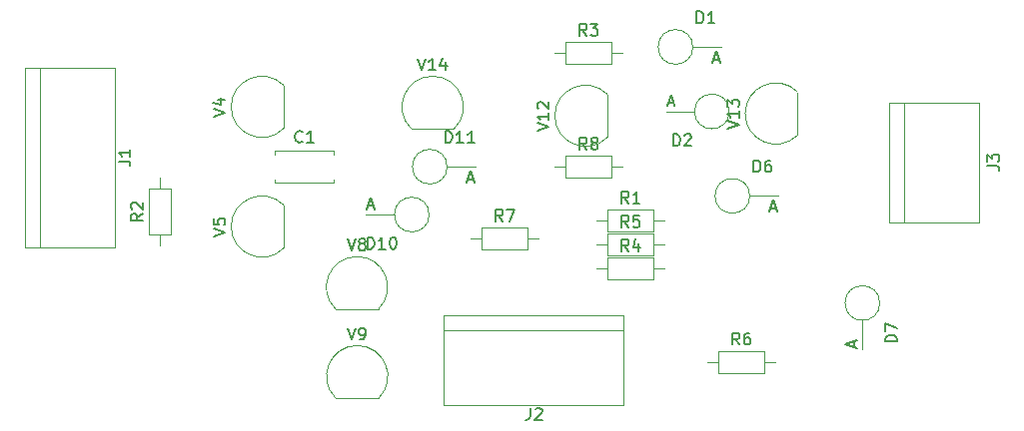
<source format=gbr>
G04 #@! TF.GenerationSoftware,KiCad,Pcbnew,(5.0.0)*
G04 #@! TF.CreationDate,2019-06-12T13:43:48+03:00*
G04 #@! TF.ProjectId,OP pastiprin_t_js,4F502070617374697072696E0174016A,rev?*
G04 #@! TF.SameCoordinates,Original*
G04 #@! TF.FileFunction,Legend,Top*
G04 #@! TF.FilePolarity,Positive*
%FSLAX46Y46*%
G04 Gerber Fmt 4.6, Leading zero omitted, Abs format (unit mm)*
G04 Created by KiCad (PCBNEW (5.0.0)) date 06/12/19 13:43:48*
%MOMM*%
%LPD*%
G01*
G04 APERTURE LIST*
%ADD10C,0.120000*%
%ADD11C,0.150000*%
G04 APERTURE END LIST*
D10*
G04 #@! TO.C,R6*
X180960000Y-117253500D02*
X180960000Y-119093500D01*
X180960000Y-119093500D02*
X184800000Y-119093500D01*
X184800000Y-119093500D02*
X184800000Y-117253500D01*
X184800000Y-117253500D02*
X180960000Y-117253500D01*
X180010000Y-118173500D02*
X180960000Y-118173500D01*
X185750000Y-118173500D02*
X184800000Y-118173500D01*
G04 #@! TO.C,C1*
X143366000Y-100230000D02*
X148306000Y-100230000D01*
X143366000Y-102970000D02*
X148306000Y-102970000D01*
X143366000Y-100230000D02*
X143366000Y-100545000D01*
X143366000Y-102655000D02*
X143366000Y-102970000D01*
X148306000Y-100230000D02*
X148306000Y-100545000D01*
X148306000Y-102655000D02*
X148306000Y-102970000D01*
G04 #@! TO.C,D1*
X178762000Y-91440000D02*
G75*
G03X178762000Y-91440000I-1470000J0D01*
G01*
X178762000Y-91440000D02*
X181172000Y-91440000D01*
G04 #@! TO.C,D2*
X178910640Y-96911160D02*
X176500640Y-96911160D01*
X181850640Y-96911160D02*
G75*
G03X181850640Y-96911160I-1470000J0D01*
G01*
G04 #@! TO.C,D6*
X183588000Y-104076500D02*
G75*
G03X183588000Y-104076500I-1470000J0D01*
G01*
X183588000Y-104076500D02*
X185998000Y-104076500D01*
G04 #@! TO.C,D7*
X193136520Y-114642240D02*
X193136520Y-117052240D01*
X194606520Y-113172240D02*
G75*
G03X194606520Y-113172240I-1470000J0D01*
G01*
G04 #@! TO.C,D10*
X156410000Y-105664000D02*
G75*
G03X156410000Y-105664000I-1470000J0D01*
G01*
X153470000Y-105664000D02*
X151060000Y-105664000D01*
G04 #@! TO.C,D11*
X157934000Y-101600000D02*
X160344000Y-101600000D01*
X157934000Y-101600000D02*
G75*
G03X157934000Y-101600000I-1470000J0D01*
G01*
G04 #@! TO.C,J1*
X122174000Y-93218000D02*
X122174000Y-108458000D01*
X129794000Y-93218000D02*
X129794000Y-108458000D01*
X123444000Y-93218000D02*
X123444000Y-108458000D01*
X122174000Y-108458000D02*
X129794000Y-108458000D01*
X122174000Y-93218000D02*
X129794000Y-93218000D01*
G04 #@! TO.C,J2*
X172910500Y-114173000D02*
X172910500Y-121793000D01*
X157670500Y-114173000D02*
X157670500Y-121793000D01*
X172910500Y-115443000D02*
X157670500Y-115443000D01*
X172910500Y-121793000D02*
X157670500Y-121793000D01*
X172910500Y-114173000D02*
X157670500Y-114173000D01*
G04 #@! TO.C,J3*
X196659500Y-106299000D02*
X196659500Y-96139000D01*
X195389500Y-106299000D02*
X203009500Y-106299000D01*
X203009500Y-106299000D02*
X203009500Y-96139000D01*
X203009500Y-96139000D02*
X195389500Y-96139000D01*
X195389500Y-96139000D02*
X195389500Y-106299000D01*
G04 #@! TO.C,R1*
X176352000Y-106172000D02*
X175402000Y-106172000D01*
X170612000Y-106172000D02*
X171562000Y-106172000D01*
X175402000Y-105252000D02*
X171562000Y-105252000D01*
X175402000Y-107092000D02*
X175402000Y-105252000D01*
X171562000Y-107092000D02*
X175402000Y-107092000D01*
X171562000Y-105252000D02*
X171562000Y-107092000D01*
G04 #@! TO.C,R2*
X133604000Y-102540000D02*
X133604000Y-103490000D01*
X133604000Y-108280000D02*
X133604000Y-107330000D01*
X132684000Y-103490000D02*
X132684000Y-107330000D01*
X134524000Y-103490000D02*
X132684000Y-103490000D01*
X134524000Y-107330000D02*
X134524000Y-103490000D01*
X132684000Y-107330000D02*
X134524000Y-107330000D01*
G04 #@! TO.C,R3*
X172796000Y-91948000D02*
X171846000Y-91948000D01*
X167056000Y-91948000D02*
X168006000Y-91948000D01*
X171846000Y-91028000D02*
X168006000Y-91028000D01*
X171846000Y-92868000D02*
X171846000Y-91028000D01*
X168006000Y-92868000D02*
X171846000Y-92868000D01*
X168006000Y-91028000D02*
X168006000Y-92868000D01*
G04 #@! TO.C,R4*
X171562000Y-109316000D02*
X171562000Y-111156000D01*
X171562000Y-111156000D02*
X175402000Y-111156000D01*
X175402000Y-111156000D02*
X175402000Y-109316000D01*
X175402000Y-109316000D02*
X171562000Y-109316000D01*
X170612000Y-110236000D02*
X171562000Y-110236000D01*
X176352000Y-110236000D02*
X175402000Y-110236000D01*
G04 #@! TO.C,R5*
X171562000Y-107284000D02*
X171562000Y-109124000D01*
X171562000Y-109124000D02*
X175402000Y-109124000D01*
X175402000Y-109124000D02*
X175402000Y-107284000D01*
X175402000Y-107284000D02*
X171562000Y-107284000D01*
X170612000Y-108204000D02*
X171562000Y-108204000D01*
X176352000Y-108204000D02*
X175402000Y-108204000D01*
G04 #@! TO.C,R7*
X165684000Y-107696000D02*
X164734000Y-107696000D01*
X159944000Y-107696000D02*
X160894000Y-107696000D01*
X164734000Y-106776000D02*
X160894000Y-106776000D01*
X164734000Y-108616000D02*
X164734000Y-106776000D01*
X160894000Y-108616000D02*
X164734000Y-108616000D01*
X160894000Y-106776000D02*
X160894000Y-108616000D01*
G04 #@! TO.C,R8*
X168006000Y-100680000D02*
X168006000Y-102520000D01*
X168006000Y-102520000D02*
X171846000Y-102520000D01*
X171846000Y-102520000D02*
X171846000Y-100680000D01*
X171846000Y-100680000D02*
X168006000Y-100680000D01*
X167056000Y-101600000D02*
X168006000Y-101600000D01*
X172796000Y-101600000D02*
X171846000Y-101600000D01*
G04 #@! TO.C,V4*
X144078478Y-94681522D02*
G75*
G03X139640000Y-96520000I-1838478J-1838478D01*
G01*
X144078478Y-98358478D02*
G75*
G02X139640000Y-96520000I-1838478J1838478D01*
G01*
X144090000Y-98320000D02*
X144090000Y-94720000D01*
G04 #@! TO.C,V5*
X144090000Y-108480000D02*
X144090000Y-104880000D01*
X144078478Y-108518478D02*
G75*
G02X139640000Y-106680000I-1838478J1838478D01*
G01*
X144078478Y-104841522D02*
G75*
G03X139640000Y-106680000I-1838478J-1838478D01*
G01*
G04 #@! TO.C,V8*
X148504500Y-113673500D02*
X152104500Y-113673500D01*
X148466022Y-113661978D02*
G75*
G02X150304500Y-109223500I1838478J1838478D01*
G01*
X152142978Y-113661978D02*
G75*
G03X150304500Y-109223500I-1838478J1838478D01*
G01*
G04 #@! TO.C,V9*
X152155678Y-121218478D02*
G75*
G03X150317200Y-116780000I-1838478J1838478D01*
G01*
X148478722Y-121218478D02*
G75*
G02X150317200Y-116780000I1838478J1838478D01*
G01*
X148517200Y-121230000D02*
X152117200Y-121230000D01*
G04 #@! TO.C,V12*
X171522000Y-99082000D02*
X171522000Y-95482000D01*
X171510478Y-99120478D02*
G75*
G02X167072000Y-97282000I-1838478J1838478D01*
G01*
X171510478Y-95443522D02*
G75*
G03X167072000Y-97282000I-1838478J-1838478D01*
G01*
G04 #@! TO.C,V13*
X187651000Y-98891500D02*
X187651000Y-95291500D01*
X187639478Y-98929978D02*
G75*
G02X183201000Y-97091500I-1838478J1838478D01*
G01*
X187639478Y-95253022D02*
G75*
G03X183201000Y-97091500I-1838478J-1838478D01*
G01*
G04 #@! TO.C,V14*
X158556478Y-98358478D02*
G75*
G03X156718000Y-93920000I-1838478J1838478D01*
G01*
X154879522Y-98358478D02*
G75*
G02X156718000Y-93920000I1838478J1838478D01*
G01*
X154918000Y-98370000D02*
X158518000Y-98370000D01*
G04 #@! TO.C,R6*
D11*
X182713333Y-116705880D02*
X182380000Y-116229690D01*
X182141904Y-116705880D02*
X182141904Y-115705880D01*
X182522857Y-115705880D01*
X182618095Y-115753500D01*
X182665714Y-115801119D01*
X182713333Y-115896357D01*
X182713333Y-116039214D01*
X182665714Y-116134452D01*
X182618095Y-116182071D01*
X182522857Y-116229690D01*
X182141904Y-116229690D01*
X183570476Y-115705880D02*
X183380000Y-115705880D01*
X183284761Y-115753500D01*
X183237142Y-115801119D01*
X183141904Y-115943976D01*
X183094285Y-116134452D01*
X183094285Y-116515404D01*
X183141904Y-116610642D01*
X183189523Y-116658261D01*
X183284761Y-116705880D01*
X183475238Y-116705880D01*
X183570476Y-116658261D01*
X183618095Y-116610642D01*
X183665714Y-116515404D01*
X183665714Y-116277309D01*
X183618095Y-116182071D01*
X183570476Y-116134452D01*
X183475238Y-116086833D01*
X183284761Y-116086833D01*
X183189523Y-116134452D01*
X183141904Y-116182071D01*
X183094285Y-116277309D01*
G04 #@! TO.C,C1*
X145669333Y-99457142D02*
X145621714Y-99504761D01*
X145478857Y-99552380D01*
X145383619Y-99552380D01*
X145240761Y-99504761D01*
X145145523Y-99409523D01*
X145097904Y-99314285D01*
X145050285Y-99123809D01*
X145050285Y-98980952D01*
X145097904Y-98790476D01*
X145145523Y-98695238D01*
X145240761Y-98600000D01*
X145383619Y-98552380D01*
X145478857Y-98552380D01*
X145621714Y-98600000D01*
X145669333Y-98647619D01*
X146621714Y-99552380D02*
X146050285Y-99552380D01*
X146336000Y-99552380D02*
X146336000Y-98552380D01*
X146240761Y-98695238D01*
X146145523Y-98790476D01*
X146050285Y-98838095D01*
G04 #@! TO.C,D1*
X179093904Y-89422380D02*
X179093904Y-88422380D01*
X179332000Y-88422380D01*
X179474857Y-88470000D01*
X179570095Y-88565238D01*
X179617714Y-88660476D01*
X179665333Y-88850952D01*
X179665333Y-88993809D01*
X179617714Y-89184285D01*
X179570095Y-89279523D01*
X179474857Y-89374761D01*
X179332000Y-89422380D01*
X179093904Y-89422380D01*
X180617714Y-89422380D02*
X180046285Y-89422380D01*
X180332000Y-89422380D02*
X180332000Y-88422380D01*
X180236761Y-88565238D01*
X180141523Y-88660476D01*
X180046285Y-88708095D01*
X180533904Y-92506666D02*
X181010095Y-92506666D01*
X180438666Y-92792380D02*
X180772000Y-91792380D01*
X181105333Y-92792380D01*
G04 #@! TO.C,D2*
X177102544Y-99833540D02*
X177102544Y-98833540D01*
X177340640Y-98833540D01*
X177483497Y-98881160D01*
X177578735Y-98976398D01*
X177626354Y-99071636D01*
X177673973Y-99262112D01*
X177673973Y-99404969D01*
X177626354Y-99595445D01*
X177578735Y-99690683D01*
X177483497Y-99785921D01*
X177340640Y-99833540D01*
X177102544Y-99833540D01*
X178054925Y-98928779D02*
X178102544Y-98881160D01*
X178197782Y-98833540D01*
X178435878Y-98833540D01*
X178531116Y-98881160D01*
X178578735Y-98928779D01*
X178626354Y-99024017D01*
X178626354Y-99119255D01*
X178578735Y-99262112D01*
X178007306Y-99833540D01*
X178626354Y-99833540D01*
X176662544Y-96177826D02*
X177138735Y-96177826D01*
X176567306Y-96463540D02*
X176900640Y-95463540D01*
X177233973Y-96463540D01*
G04 #@! TO.C,D6*
X183919904Y-102058880D02*
X183919904Y-101058880D01*
X184158000Y-101058880D01*
X184300857Y-101106500D01*
X184396095Y-101201738D01*
X184443714Y-101296976D01*
X184491333Y-101487452D01*
X184491333Y-101630309D01*
X184443714Y-101820785D01*
X184396095Y-101916023D01*
X184300857Y-102011261D01*
X184158000Y-102058880D01*
X183919904Y-102058880D01*
X185348476Y-101058880D02*
X185158000Y-101058880D01*
X185062761Y-101106500D01*
X185015142Y-101154119D01*
X184919904Y-101296976D01*
X184872285Y-101487452D01*
X184872285Y-101868404D01*
X184919904Y-101963642D01*
X184967523Y-102011261D01*
X185062761Y-102058880D01*
X185253238Y-102058880D01*
X185348476Y-102011261D01*
X185396095Y-101963642D01*
X185443714Y-101868404D01*
X185443714Y-101630309D01*
X185396095Y-101535071D01*
X185348476Y-101487452D01*
X185253238Y-101439833D01*
X185062761Y-101439833D01*
X184967523Y-101487452D01*
X184919904Y-101535071D01*
X184872285Y-101630309D01*
X185359904Y-105143166D02*
X185836095Y-105143166D01*
X185264666Y-105428880D02*
X185598000Y-104428880D01*
X185931333Y-105428880D01*
G04 #@! TO.C,D7*
X196058900Y-116450335D02*
X195058900Y-116450335D01*
X195058900Y-116212240D01*
X195106520Y-116069382D01*
X195201758Y-115974144D01*
X195296996Y-115926525D01*
X195487472Y-115878906D01*
X195630329Y-115878906D01*
X195820805Y-115926525D01*
X195916043Y-115974144D01*
X196011281Y-116069382D01*
X196058900Y-116212240D01*
X196058900Y-116450335D01*
X195058900Y-115545573D02*
X195058900Y-114878906D01*
X196058900Y-115307478D01*
X192403186Y-116890335D02*
X192403186Y-116414144D01*
X192688900Y-116985573D02*
X191688900Y-116652240D01*
X192688900Y-116318906D01*
G04 #@! TO.C,D10*
X151185714Y-108586380D02*
X151185714Y-107586380D01*
X151423809Y-107586380D01*
X151566666Y-107634000D01*
X151661904Y-107729238D01*
X151709523Y-107824476D01*
X151757142Y-108014952D01*
X151757142Y-108157809D01*
X151709523Y-108348285D01*
X151661904Y-108443523D01*
X151566666Y-108538761D01*
X151423809Y-108586380D01*
X151185714Y-108586380D01*
X152709523Y-108586380D02*
X152138095Y-108586380D01*
X152423809Y-108586380D02*
X152423809Y-107586380D01*
X152328571Y-107729238D01*
X152233333Y-107824476D01*
X152138095Y-107872095D01*
X153328571Y-107586380D02*
X153423809Y-107586380D01*
X153519047Y-107634000D01*
X153566666Y-107681619D01*
X153614285Y-107776857D01*
X153661904Y-107967333D01*
X153661904Y-108205428D01*
X153614285Y-108395904D01*
X153566666Y-108491142D01*
X153519047Y-108538761D01*
X153423809Y-108586380D01*
X153328571Y-108586380D01*
X153233333Y-108538761D01*
X153185714Y-108491142D01*
X153138095Y-108395904D01*
X153090476Y-108205428D01*
X153090476Y-107967333D01*
X153138095Y-107776857D01*
X153185714Y-107681619D01*
X153233333Y-107634000D01*
X153328571Y-107586380D01*
X151221904Y-104930666D02*
X151698095Y-104930666D01*
X151126666Y-105216380D02*
X151460000Y-104216380D01*
X151793333Y-105216380D01*
G04 #@! TO.C,D11*
X157789714Y-99582380D02*
X157789714Y-98582380D01*
X158027809Y-98582380D01*
X158170666Y-98630000D01*
X158265904Y-98725238D01*
X158313523Y-98820476D01*
X158361142Y-99010952D01*
X158361142Y-99153809D01*
X158313523Y-99344285D01*
X158265904Y-99439523D01*
X158170666Y-99534761D01*
X158027809Y-99582380D01*
X157789714Y-99582380D01*
X159313523Y-99582380D02*
X158742095Y-99582380D01*
X159027809Y-99582380D02*
X159027809Y-98582380D01*
X158932571Y-98725238D01*
X158837333Y-98820476D01*
X158742095Y-98868095D01*
X160265904Y-99582380D02*
X159694476Y-99582380D01*
X159980190Y-99582380D02*
X159980190Y-98582380D01*
X159884952Y-98725238D01*
X159789714Y-98820476D01*
X159694476Y-98868095D01*
X159705904Y-102666666D02*
X160182095Y-102666666D01*
X159610666Y-102952380D02*
X159944000Y-101952380D01*
X160277333Y-102952380D01*
G04 #@! TO.C,J1*
X130086380Y-101141333D02*
X130800666Y-101141333D01*
X130943523Y-101188952D01*
X131038761Y-101284190D01*
X131086380Y-101427047D01*
X131086380Y-101522285D01*
X131086380Y-100141333D02*
X131086380Y-100712761D01*
X131086380Y-100427047D02*
X130086380Y-100427047D01*
X130229238Y-100522285D01*
X130324476Y-100617523D01*
X130372095Y-100712761D01*
G04 #@! TO.C,J2*
X164987166Y-122085380D02*
X164987166Y-122799666D01*
X164939547Y-122942523D01*
X164844309Y-123037761D01*
X164701452Y-123085380D01*
X164606214Y-123085380D01*
X165415738Y-122180619D02*
X165463357Y-122133000D01*
X165558595Y-122085380D01*
X165796690Y-122085380D01*
X165891928Y-122133000D01*
X165939547Y-122180619D01*
X165987166Y-122275857D01*
X165987166Y-122371095D01*
X165939547Y-122513952D01*
X165368119Y-123085380D01*
X165987166Y-123085380D01*
G04 #@! TO.C,J3*
X203731880Y-101552333D02*
X204446166Y-101552333D01*
X204589023Y-101599952D01*
X204684261Y-101695190D01*
X204731880Y-101838047D01*
X204731880Y-101933285D01*
X203731880Y-101171380D02*
X203731880Y-100552333D01*
X204112833Y-100885666D01*
X204112833Y-100742809D01*
X204160452Y-100647571D01*
X204208071Y-100599952D01*
X204303309Y-100552333D01*
X204541404Y-100552333D01*
X204636642Y-100599952D01*
X204684261Y-100647571D01*
X204731880Y-100742809D01*
X204731880Y-101028523D01*
X204684261Y-101123761D01*
X204636642Y-101171380D01*
G04 #@! TO.C,R1*
X173315333Y-104704380D02*
X172982000Y-104228190D01*
X172743904Y-104704380D02*
X172743904Y-103704380D01*
X173124857Y-103704380D01*
X173220095Y-103752000D01*
X173267714Y-103799619D01*
X173315333Y-103894857D01*
X173315333Y-104037714D01*
X173267714Y-104132952D01*
X173220095Y-104180571D01*
X173124857Y-104228190D01*
X172743904Y-104228190D01*
X174267714Y-104704380D02*
X173696285Y-104704380D01*
X173982000Y-104704380D02*
X173982000Y-103704380D01*
X173886761Y-103847238D01*
X173791523Y-103942476D01*
X173696285Y-103990095D01*
G04 #@! TO.C,R2*
X132136380Y-105576666D02*
X131660190Y-105910000D01*
X132136380Y-106148095D02*
X131136380Y-106148095D01*
X131136380Y-105767142D01*
X131184000Y-105671904D01*
X131231619Y-105624285D01*
X131326857Y-105576666D01*
X131469714Y-105576666D01*
X131564952Y-105624285D01*
X131612571Y-105671904D01*
X131660190Y-105767142D01*
X131660190Y-106148095D01*
X131231619Y-105195714D02*
X131184000Y-105148095D01*
X131136380Y-105052857D01*
X131136380Y-104814761D01*
X131184000Y-104719523D01*
X131231619Y-104671904D01*
X131326857Y-104624285D01*
X131422095Y-104624285D01*
X131564952Y-104671904D01*
X132136380Y-105243333D01*
X132136380Y-104624285D01*
G04 #@! TO.C,R3*
X169759333Y-90480380D02*
X169426000Y-90004190D01*
X169187904Y-90480380D02*
X169187904Y-89480380D01*
X169568857Y-89480380D01*
X169664095Y-89528000D01*
X169711714Y-89575619D01*
X169759333Y-89670857D01*
X169759333Y-89813714D01*
X169711714Y-89908952D01*
X169664095Y-89956571D01*
X169568857Y-90004190D01*
X169187904Y-90004190D01*
X170092666Y-89480380D02*
X170711714Y-89480380D01*
X170378380Y-89861333D01*
X170521238Y-89861333D01*
X170616476Y-89908952D01*
X170664095Y-89956571D01*
X170711714Y-90051809D01*
X170711714Y-90289904D01*
X170664095Y-90385142D01*
X170616476Y-90432761D01*
X170521238Y-90480380D01*
X170235523Y-90480380D01*
X170140285Y-90432761D01*
X170092666Y-90385142D01*
G04 #@! TO.C,R4*
X173315333Y-108768380D02*
X172982000Y-108292190D01*
X172743904Y-108768380D02*
X172743904Y-107768380D01*
X173124857Y-107768380D01*
X173220095Y-107816000D01*
X173267714Y-107863619D01*
X173315333Y-107958857D01*
X173315333Y-108101714D01*
X173267714Y-108196952D01*
X173220095Y-108244571D01*
X173124857Y-108292190D01*
X172743904Y-108292190D01*
X174172476Y-108101714D02*
X174172476Y-108768380D01*
X173934380Y-107720761D02*
X173696285Y-108435047D01*
X174315333Y-108435047D01*
G04 #@! TO.C,R5*
X173315333Y-106736380D02*
X172982000Y-106260190D01*
X172743904Y-106736380D02*
X172743904Y-105736380D01*
X173124857Y-105736380D01*
X173220095Y-105784000D01*
X173267714Y-105831619D01*
X173315333Y-105926857D01*
X173315333Y-106069714D01*
X173267714Y-106164952D01*
X173220095Y-106212571D01*
X173124857Y-106260190D01*
X172743904Y-106260190D01*
X174220095Y-105736380D02*
X173743904Y-105736380D01*
X173696285Y-106212571D01*
X173743904Y-106164952D01*
X173839142Y-106117333D01*
X174077238Y-106117333D01*
X174172476Y-106164952D01*
X174220095Y-106212571D01*
X174267714Y-106307809D01*
X174267714Y-106545904D01*
X174220095Y-106641142D01*
X174172476Y-106688761D01*
X174077238Y-106736380D01*
X173839142Y-106736380D01*
X173743904Y-106688761D01*
X173696285Y-106641142D01*
G04 #@! TO.C,R7*
X162647333Y-106228380D02*
X162314000Y-105752190D01*
X162075904Y-106228380D02*
X162075904Y-105228380D01*
X162456857Y-105228380D01*
X162552095Y-105276000D01*
X162599714Y-105323619D01*
X162647333Y-105418857D01*
X162647333Y-105561714D01*
X162599714Y-105656952D01*
X162552095Y-105704571D01*
X162456857Y-105752190D01*
X162075904Y-105752190D01*
X162980666Y-105228380D02*
X163647333Y-105228380D01*
X163218761Y-106228380D01*
G04 #@! TO.C,R8*
X169759333Y-100132380D02*
X169426000Y-99656190D01*
X169187904Y-100132380D02*
X169187904Y-99132380D01*
X169568857Y-99132380D01*
X169664095Y-99180000D01*
X169711714Y-99227619D01*
X169759333Y-99322857D01*
X169759333Y-99465714D01*
X169711714Y-99560952D01*
X169664095Y-99608571D01*
X169568857Y-99656190D01*
X169187904Y-99656190D01*
X170330761Y-99560952D02*
X170235523Y-99513333D01*
X170187904Y-99465714D01*
X170140285Y-99370476D01*
X170140285Y-99322857D01*
X170187904Y-99227619D01*
X170235523Y-99180000D01*
X170330761Y-99132380D01*
X170521238Y-99132380D01*
X170616476Y-99180000D01*
X170664095Y-99227619D01*
X170711714Y-99322857D01*
X170711714Y-99370476D01*
X170664095Y-99465714D01*
X170616476Y-99513333D01*
X170521238Y-99560952D01*
X170330761Y-99560952D01*
X170235523Y-99608571D01*
X170187904Y-99656190D01*
X170140285Y-99751428D01*
X170140285Y-99941904D01*
X170187904Y-100037142D01*
X170235523Y-100084761D01*
X170330761Y-100132380D01*
X170521238Y-100132380D01*
X170616476Y-100084761D01*
X170664095Y-100037142D01*
X170711714Y-99941904D01*
X170711714Y-99751428D01*
X170664095Y-99656190D01*
X170616476Y-99608571D01*
X170521238Y-99560952D01*
G04 #@! TO.C,V4*
X138132380Y-97329523D02*
X139132380Y-96996190D01*
X138132380Y-96662857D01*
X138465714Y-95900952D02*
X139132380Y-95900952D01*
X138084761Y-96139047D02*
X138799047Y-96377142D01*
X138799047Y-95758095D01*
G04 #@! TO.C,V5*
X138132380Y-107489523D02*
X139132380Y-107156190D01*
X138132380Y-106822857D01*
X138132380Y-106013333D02*
X138132380Y-106489523D01*
X138608571Y-106537142D01*
X138560952Y-106489523D01*
X138513333Y-106394285D01*
X138513333Y-106156190D01*
X138560952Y-106060952D01*
X138608571Y-106013333D01*
X138703809Y-105965714D01*
X138941904Y-105965714D01*
X139037142Y-106013333D01*
X139084761Y-106060952D01*
X139132380Y-106156190D01*
X139132380Y-106394285D01*
X139084761Y-106489523D01*
X139037142Y-106537142D01*
G04 #@! TO.C,V8*
X149494976Y-107715880D02*
X149828309Y-108715880D01*
X150161642Y-107715880D01*
X150637833Y-108144452D02*
X150542595Y-108096833D01*
X150494976Y-108049214D01*
X150447357Y-107953976D01*
X150447357Y-107906357D01*
X150494976Y-107811119D01*
X150542595Y-107763500D01*
X150637833Y-107715880D01*
X150828309Y-107715880D01*
X150923547Y-107763500D01*
X150971166Y-107811119D01*
X151018785Y-107906357D01*
X151018785Y-107953976D01*
X150971166Y-108049214D01*
X150923547Y-108096833D01*
X150828309Y-108144452D01*
X150637833Y-108144452D01*
X150542595Y-108192071D01*
X150494976Y-108239690D01*
X150447357Y-108334928D01*
X150447357Y-108525404D01*
X150494976Y-108620642D01*
X150542595Y-108668261D01*
X150637833Y-108715880D01*
X150828309Y-108715880D01*
X150923547Y-108668261D01*
X150971166Y-108620642D01*
X151018785Y-108525404D01*
X151018785Y-108334928D01*
X150971166Y-108239690D01*
X150923547Y-108192071D01*
X150828309Y-108144452D01*
G04 #@! TO.C,V9*
X149507676Y-115272380D02*
X149841009Y-116272380D01*
X150174342Y-115272380D01*
X150555295Y-116272380D02*
X150745771Y-116272380D01*
X150841009Y-116224761D01*
X150888628Y-116177142D01*
X150983866Y-116034285D01*
X151031485Y-115843809D01*
X151031485Y-115462857D01*
X150983866Y-115367619D01*
X150936247Y-115320000D01*
X150841009Y-115272380D01*
X150650533Y-115272380D01*
X150555295Y-115320000D01*
X150507676Y-115367619D01*
X150460057Y-115462857D01*
X150460057Y-115700952D01*
X150507676Y-115796190D01*
X150555295Y-115843809D01*
X150650533Y-115891428D01*
X150841009Y-115891428D01*
X150936247Y-115843809D01*
X150983866Y-115796190D01*
X151031485Y-115700952D01*
G04 #@! TO.C,V12*
X165564380Y-98567714D02*
X166564380Y-98234380D01*
X165564380Y-97901047D01*
X166564380Y-97043904D02*
X166564380Y-97615333D01*
X166564380Y-97329619D02*
X165564380Y-97329619D01*
X165707238Y-97424857D01*
X165802476Y-97520095D01*
X165850095Y-97615333D01*
X165659619Y-96662952D02*
X165612000Y-96615333D01*
X165564380Y-96520095D01*
X165564380Y-96282000D01*
X165612000Y-96186761D01*
X165659619Y-96139142D01*
X165754857Y-96091523D01*
X165850095Y-96091523D01*
X165992952Y-96139142D01*
X166564380Y-96710571D01*
X166564380Y-96091523D01*
G04 #@! TO.C,V13*
X181693380Y-98377214D02*
X182693380Y-98043880D01*
X181693380Y-97710547D01*
X182693380Y-96853404D02*
X182693380Y-97424833D01*
X182693380Y-97139119D02*
X181693380Y-97139119D01*
X181836238Y-97234357D01*
X181931476Y-97329595D01*
X181979095Y-97424833D01*
X181693380Y-96520071D02*
X181693380Y-95901023D01*
X182074333Y-96234357D01*
X182074333Y-96091500D01*
X182121952Y-95996261D01*
X182169571Y-95948642D01*
X182264809Y-95901023D01*
X182502904Y-95901023D01*
X182598142Y-95948642D01*
X182645761Y-95996261D01*
X182693380Y-96091500D01*
X182693380Y-96377214D01*
X182645761Y-96472452D01*
X182598142Y-96520071D01*
G04 #@! TO.C,V14*
X155432285Y-92412380D02*
X155765619Y-93412380D01*
X156098952Y-92412380D01*
X156956095Y-93412380D02*
X156384666Y-93412380D01*
X156670380Y-93412380D02*
X156670380Y-92412380D01*
X156575142Y-92555238D01*
X156479904Y-92650476D01*
X156384666Y-92698095D01*
X157813238Y-92745714D02*
X157813238Y-93412380D01*
X157575142Y-92364761D02*
X157337047Y-93079047D01*
X157956095Y-93079047D01*
G04 #@! TD*
M02*

</source>
